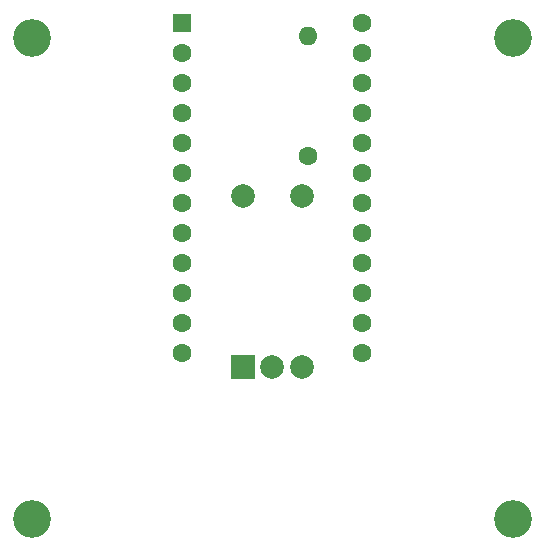
<source format=gbr>
%TF.GenerationSoftware,KiCad,Pcbnew,(5.1.10)-1*%
%TF.CreationDate,2021-11-28T19:12:49+01:00*%
%TF.ProjectId,VolumeKnob,566f6c75-6d65-44b6-9e6f-622e6b696361,rev?*%
%TF.SameCoordinates,Original*%
%TF.FileFunction,Soldermask,Bot*%
%TF.FilePolarity,Negative*%
%FSLAX46Y46*%
G04 Gerber Fmt 4.6, Leading zero omitted, Abs format (unit mm)*
G04 Created by KiCad (PCBNEW (5.1.10)-1) date 2021-11-28 19:12:49*
%MOMM*%
%LPD*%
G01*
G04 APERTURE LIST*
%ADD10C,3.200000*%
%ADD11R,2.000000X2.000000*%
%ADD12C,2.000000*%
%ADD13O,1.600000X1.600000*%
%ADD14C,1.600000*%
%ADD15R,1.600000X1.600000*%
G04 APERTURE END LIST*
D10*
%TO.C,REF\u002A\u002A*%
X78560000Y-114570000D03*
%TD*%
%TO.C,REF\u002A\u002A*%
X78560000Y-73830000D03*
%TD*%
%TO.C,REF\u002A\u002A*%
X119280000Y-73830000D03*
%TD*%
%TO.C,REF\u002A\u002A*%
X119280000Y-114540000D03*
%TD*%
D11*
%TO.C,SW1*%
X96430000Y-101730000D03*
D12*
X98930000Y-101730000D03*
X101430000Y-101730000D03*
X96430000Y-87230000D03*
X101430000Y-87230000D03*
%TD*%
D13*
%TO.C,R1*%
X101930000Y-73670000D03*
D14*
X101930000Y-83830000D03*
%TD*%
D15*
%TO.C,U1*%
X91260000Y-72550000D03*
D14*
X91260000Y-75090000D03*
X91260000Y-77630000D03*
X91260000Y-80170000D03*
X91260000Y-82710000D03*
X91260000Y-85250000D03*
X91260000Y-87790000D03*
X91260000Y-90330000D03*
X91260000Y-92870000D03*
X91260000Y-95410000D03*
X91260000Y-97950000D03*
X91260000Y-100490000D03*
X106500000Y-100490000D03*
X106500000Y-97950000D03*
X106500000Y-95410000D03*
X106500000Y-92870000D03*
X106500000Y-90330000D03*
X106500000Y-87790000D03*
X106500000Y-85250000D03*
X106500000Y-82710000D03*
X106500000Y-80170000D03*
X106500000Y-77630000D03*
X106500000Y-75090000D03*
X106500000Y-72550000D03*
%TD*%
M02*

</source>
